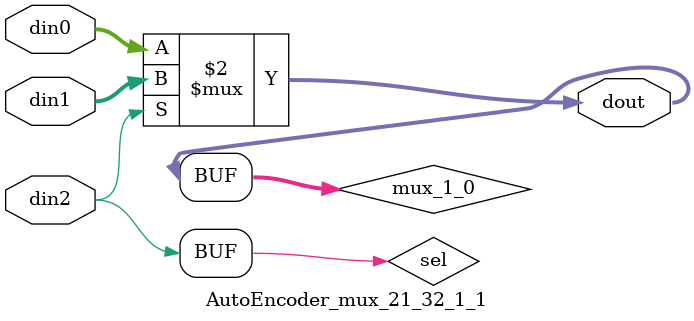
<source format=v>

`timescale 1ns/1ps

module AutoEncoder_mux_21_32_1_1 #(
parameter
    ID                = 0,
    NUM_STAGE         = 1,
    din0_WIDTH       = 32,
    din1_WIDTH       = 32,
    din2_WIDTH         = 32,
    dout_WIDTH            = 32
)(
    input  [31 : 0]     din0,
    input  [31 : 0]     din1,
    input  [0 : 0]    din2,
    output [31 : 0]   dout);

// puts internal signals
wire [0 : 0]     sel;
// level 1 signals
wire [31 : 0]         mux_1_0;

assign sel = din2;

// Generate level 1 logic
assign mux_1_0 = (sel[0] == 0)? din0 : din1;

// output logic
assign dout = mux_1_0;

endmodule

</source>
